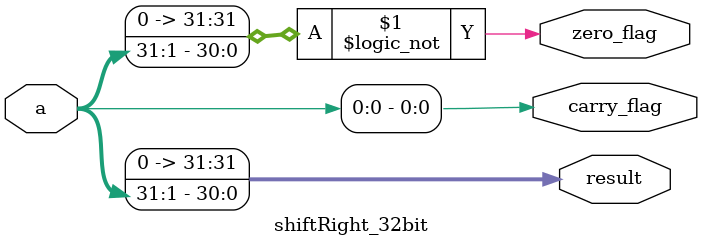
<source format=sv>
module shiftRight_32bit(
  input logic [31:0] a,
  output logic [31:0] result,
  output logic zero_flag,
  output logic carry_flag
);

	assign result[0] = a[1];
  assign result[1] = a[2];
  assign result[2] = a[3];
  assign result[3] = a[4];
  assign result[4] = a[5];
  assign result[5] = a[6];
  assign result[6] = a[7];
  assign result[7] = a[8];
  assign result[8] = a[9];
  assign result[9] = a[10];
  assign result[10] = a[11];
  assign result[11] = a[12];
  assign result[12] = a[13];
  assign result[13] = a[14];
  assign result[14] = a[15];
  assign result[15] = a[16];
  assign result[16] = a[17];
  assign result[17] = a[18];
  assign result[18] = a[19];
  assign result[19] = a[20];
  assign result[20] = a[21];
  assign result[21] = a[22];
  assign result[22] = a[23];
  assign result[23] = a[24];
  assign result[24] = a[25];
  assign result[25] = a[26];
  assign result[26] = a[27];
  assign result[27] = a[28];
  assign result[28] = a[29];
  assign result[29] = a[30];
  assign result[30] = a[31];
  assign result[31] = 1'b0;

  // Set zero flag
  assign zero_flag = (result == 32'b00000000000000000000000000000000);

  // Set carry flag based on the value of the MSB of input 'a'
  assign carry_flag = (a[0] == 1'b1);

endmodule
</source>
